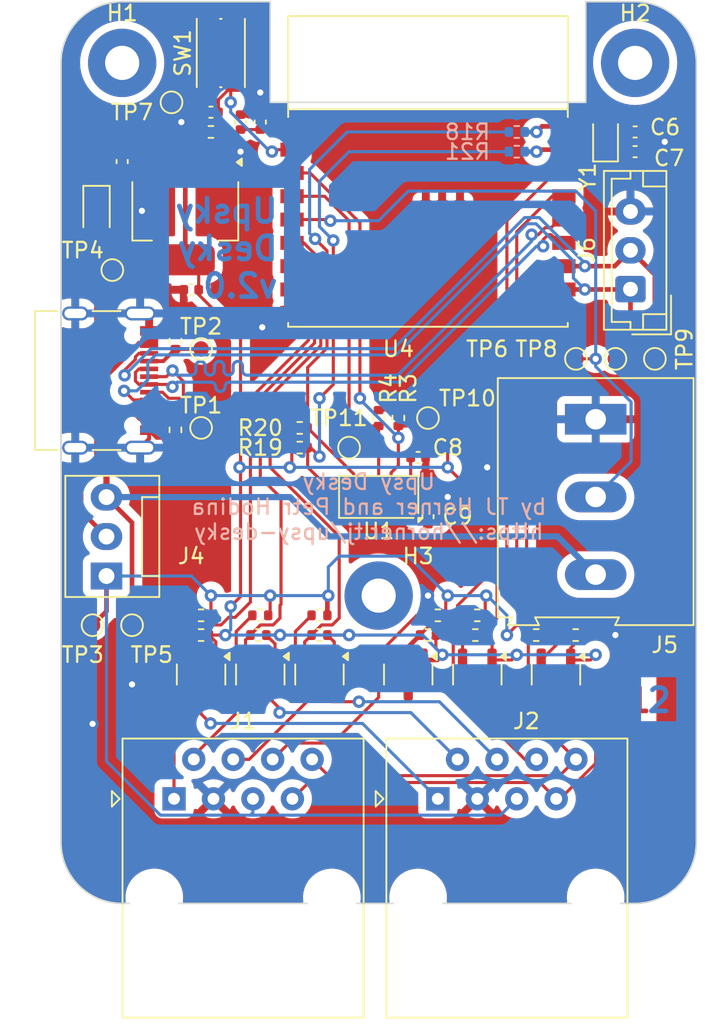
<source format=kicad_pcb>
(kicad_pcb (version 20240108) (generator "pcbnew") (generator_version "8.0")
  (layers (0 "F.Cu" signal) (31 "B.Cu" signal) (34 "B.Paste" user) (35 "F.Paste" user) (36 "B.SilkS" user "B.Silkscreen") (37 "F.SilkS" user "F.Silkscreen") (38 "B.Mask" user) (39 "F.Mask" user) (44 "Edge.Cuts" user))
  (net 0 "")
  (net 1 "GND")
  (net 2 "VBUS")
  (net 3 "/DESK_2")
  (net 4 "/DESK_7")
  (net 5 "/DESK_8")
  (net 6 "+3V3")
  (net 7 "/GPIO1")
  (net 8 "VDD")
  (net 9 "/DESK_6")
  (net 10 "/DESK_4")
  (net 11 "/DESK_1")
  (net 12 "/EN")
  (net 13 "/USB_CC1")
  (net 14 "/USB_DP")
  (net 15 "/USB_DN")
  (net 16 "/USB_CC2")
  (net 17 "/LED_RGB")
  (net 18 "/DBG_RX")
  (net 19 "/GPIO0")
  (net 20 "/DBG_TX")
  (net 21 "/GPIO7")
  (net 22 "/GPIO2")
  (net 23 "/GPIO3")
  (net 24 "/GPIO8")
  (net 25 "/GPIO9")
  (net 26 "/GPIO10")
  (net 27 "/SCL")
  (net 28 "/SDA")
  (net 29 "/INT")
  (net 30 "Net-(U1-XSHUT)")
  (net 32 "Net-(D1-K)")
  (net 33 "Net-(D1-A)")
  (footprint "Resistor_SMD:R_0402_1005Metric" (layer "F.Cu") (at 149.86 111.76)
    (property "Reference" "R11" (hide yes))
    (property "Value" "10k")
  )
  (footprint "Resistor_SMD:R_0402_1005Metric" (layer "F.Cu") (at 139.065 110.49)
    (property "Reference" "R12" (hide yes))
    (property "Value" "10k")
  )
  (footprint "Resistor_SMD:R_0402_1005Metric" (layer "F.Cu") (at 142.875 110.49)
    (property "Reference" "R9" (hide yes))
    (property "Value" "10k")
  )
  (footprint "Connector_RJ:RJ45_Amphenol_54602-x08_Horizontal" (layer "F.Cu") (at 133.5125 122.301)
    (property "Reference" "J1")
    (property "Value" "RJ45")
  )
  (footprint "Connector_JST:JST_EH_B3B-EH-A_1x03_P2.50mm_Vertical" (layer "F.Cu") (at 162.895 89.495 90)
    (property "Reference" "J6")
    (property "Value" "Conn_01x03_Pin")
  )
  (footprint "Package_TO_SOT_SMD:SOT-23" (layer "F.Cu") (at 135.255 114.3 -90)
    (property "Reference" "Q3" (hide yes))
    (property "Value" "2N7002")
  )
  (footprint "Connector:FanPinHeader_1x03_P2.54mm_Vertical" (layer "F.Cu") (at 129.165 107.96 90)
    (property "Reference" "J4")
    (property "Value" "Conn_01x03_Socket")
  )
  (footprint "Capacitor_SMD:C_0402_1005Metric" (layer "F.Cu") (at 134.62 89.535 180)
    (property "Reference" "C2" (hide yes))
    (property "Value" "10u")
  )
  (footprint "TerminalBlock:TerminalBlock_Altech_AK300-3_P5.00mm" (layer "F.Cu") (at 160.655 97.87 -90)
    (property "Reference" "J5")
    (property "Value" "Screw_Terminal_01x03")
  )
  (footprint "TestPoint:TestPoint_Pad_D1.0mm" (layer "F.Cu") (at 135.255 93.345)
    (property "Reference" "TP2")
    (property "Value" "TestPoint")
  )
  (footprint "Connector_USB:USB_C_Receptacle_Palconn_UTC16-G" (layer "F.Cu") (at 129.399 95.377 -90)
    (property "Reference" "J3" (hide yes))
    (property "Value" "USB_C_ReceptacleUSB2.0")
  )
  (footprint "Package_TO_SOT_SMD:SOT-23" (layer "F.Cu") (at 153.035 114.3 -90)
    (property "Reference" "Q8" (hide yes))
    (property "Value" "2N7002")
  )
  (footprint "Package_TO_SOT_SMD:SOT-23" (layer "F.Cu") (at 158.0975 114.3 -90)
    (property "Reference" "Q7" (hide yes))
    (property "Value" "2N7002")
  )
  (footprint "TestPoint:TestPoint_Pad_D1.0mm" (layer "F.Cu") (at 135.255 98.425)
    (property "Reference" "TP1")
    (property "Value" "TestPoint")
  )
  (footprint "Resistor_SMD:R_0402_1005Metric" (layer "F.Cu") (at 153.035 110.49)
    (property "Reference" "R17" (hide yes))
    (property "Value" "10k")
  )
  (footprint "Sensor_Distance:ST_VL53L1x" (layer "F.Cu") (at 146.685 102.87 180)
    (property "Reference" "U1")
    (property "Value" "VL53L0CXV0DH1")
  )
  (footprint "Capacitor_SMD:C_0402_1005Metric" (layer "F.Cu") (at 135.89 78.105 180)
    (property "Reference" "C3" (hide yes))
    (property "Value" "1u")
  )
  (footprint "Resistor_SMD:R_0402_1005Metric" (layer "F.Cu") (at 152.91 111.76)
    (property "Reference" "R16" (hide yes))
    (property "Value" "10k")
  )
  (footprint "Resistor_SMD:R_0402_1005Metric" (layer "F.Cu") (at 138.94 111.76)
    (property "Reference" "R10" (hide yes))
    (property "Value" "10k")
  )
  (footprint "TestPoint:TestPoint_Pad_D1.0mm" (layer "F.Cu") (at 129.54 88.265)
    (property "Reference" "TP4")
    (property "Value" "TestPoint")
  )
  (footprint "Diode_SMD:D_SOD-323" (layer "F.Cu") (at 128.524 84.455 -90)
    (property "Reference" "D1" (hide yes))
    (property "Value" "1N5817")
  )
  (footprint "Capacitor_SMD:C_0402_1005Metric" (layer "F.Cu") (at 149.225 100.33)
    (property "Reference" "C8")
    (property "Value" "4.7u")
  )
  (footprint "TestPoint:TestPoint_Pad_D1.0mm" (layer "F.Cu") (at 130.81 111.125)
    (property "Reference" "TP5")
    (property "Value" "TestPoint")
  )
  (footprint "Package_TO_SOT_SMD:SOT-23" (layer "F.Cu") (at 148.59 114.3 -90)
    (property "Reference" "Q6" (hide yes))
    (property "Value" "2N7002")
  )
  (footprint "Resistor_SMD:R_0402_1005Metric" (layer "F.Cu") (at 133.604 98.552 90)
    (property "Reference" "R1" (hide yes))
    (property "Value" "5.1k" (hide yes))
  )
  (footprint "Resistor_SMD:R_0402_1005Metric" (layer "F.Cu") (at 147.955 97.79 -90)
    (property "Reference" "R3")
    (property "Value" "2k2")
  )
  (footprint "Resistor_SMD:R_0402_1005Metric" (layer "F.Cu") (at 150.495 110.49)
    (property "Reference" "R13" (hide yes))
    (property "Value" "10k")
  )
  (footprint "Connector_RJ:RJ45_Amphenol_54602-x08_Horizontal" (layer "F.Cu") (at 150.495 122.301)
    (property "Reference" "J2")
    (property "Value" "RJ45")
  )
  (footprint "Capacitor_SMD:C_0402_1005Metric" (layer "F.Cu") (at 163.195 79.375)
    (property "Reference" "C6")
    (property "Value" "15p")
  )
  (footprint "MountingHole:MountingHole_2.2mm_M2_Pad" (layer "F.Cu") (at 163.195 74.93)
    (property "Reference" "H2")
    (property "Value" "MountingHole")
  )
  (footprint "Resistor_SMD:R_0402_1005Metric" (layer "F.Cu") (at 146.685 97.79 -90)
    (property "Reference" "R4")
    (property "Value" "2k2")
  )
  (footprint "Capacitor_SMD:C_0402_1005Metric" (layer "F.Cu") (at 139.065 78.74 90)
    (property "Reference" "C4" (hide yes))
    (property "Value" "0.1u")
  )
  (footprint "MountingHole:MountingHole_2.2mm_M2_Pad" (layer "F.Cu") (at 146.685 109.22)
    (property "Reference" "H3")
    (property "Value" "MountingHole")
  )
  (footprint "Capacitor_SMD:C_0402_1005Metric" (layer "F.Cu") (at 149.86 104.14 90)
    (property "Reference" "C9")
    (property "Value" "100n")
  )
  (footprint "TestPoint:TestPoint_Pad_D1.0mm" (layer "F.Cu") (at 144.78 99.695 180)
    (property "Reference" "TP11")
    (property "Value" "TestPoint")
  )
  (footprint "Resistor_SMD:R_0402_1005Metric" (layer "F.Cu") (at 159.3675 111.76)
    (property "Reference" "R14" (hide yes))
    (property "Value" "10k")
  )
  (footprint "TestPoint:TestPoint_Pad_D1.0mm" (layer "F.Cu") (at 128.27 111.125)
    (property "Reference" "TP3")
    (property "Value" "TestPoint")
  )
  (footprint "TestPoint:TestPoint_Pad_D1.0mm" (layer "F.Cu") (at 161.925 93.98)
    (property "Reference" "TP8")
    (property "Value" "TestPoint")
  )
  (footprint "Resistor_SMD:R_0402_1005Metric" (layer "F.Cu") (at 135.255 110.49)
    (property "Reference" "R8" (hide yes))
    (property "Value" "10k")
  )
  (footprint "Resistor_SMD:R_0402_1005Metric" (layer "F.Cu") (at 141.605 99.695)
    (property "Reference" "R19")
    (property "Value" "10k")
  )
  (footprint "Capacitor_SMD:C_0402_1005Metric" (layer "F.Cu") (at 163.195 80.645)
    (property "Reference" "C7")
    (property "Value" "15p")
  )
  (footprint "MountingHole:MountingHole_2.2mm_M2_Pad" (layer "F.Cu") (at 130.175 74.93)
    (property "Reference" "H1")
    (property "Value" "MountingHole")
  )
  (footprint "Resistor_SMD:R_0402_1005Metric" (layer "F.Cu") (at 135.255 111.76)
    (property "Reference" "R6" (hide yes))
    (property "Value" "10k")
  )
  (footprint "TestPoint:TestPoint_Pad_D1.0mm" (layer "F.Cu") (at 159.385 93.98)
    (property "Reference" "TP6")
    (property "Value" "TestPoint")
  )
  (footprint "Capacitor_SMD:C_0402_1005Metric" (layer "F.Cu") (at 137.795 78.74 90)
    (property "Reference" "C5" (hide yes))
    (property "Value" "10u")
  )
  (footprint "Package_TO_SOT_SMD:SOT-23" (layer "F.Cu") (at 139.065 114.3 -90)
    (property "Reference" "Q5" (hide yes))
    (property "Value" "2N7002")
  )
  (footprint "Resistor_SMD:R_0402_1005Metric" (layer "F.Cu") (at 133.604 92.837 -90)
    (property "Reference" "R2" (hide yes))
    (property "Value" "5.1k")
  )
  (footprint "Resistor_SMD:R_0402_1005Metric" (layer "F.Cu") (at 135.89 79.375 180)
    (property "Reference" "R5" (hide yes))
    (property "Value" "10k")
  )
  (footprint "Capacitor_SMD:C_0402_1005Metric" (layer "F.Cu") (at 130.175 81.28 90)
    (property "Reference" "C1" (hide yes))
    (property "Value" "10u")
  )
  (footprint "PCM_Espressif:ESP32-C3-WROOM-02" (layer "F.Cu") (at 149.86 84.915)
    (property "Reference" "U4")
    (property "Value" "ESP32-C3-WROOM-02")
  )
  (footprint "Package_TO_SOT_SMD:SOT-223-3_TabPin2" (layer "F.Cu") (at 134.239 84.455 -90)
    (property "Reference" "U2" (hide yes))
    (property "Value" "AMS1117-3.3")
  )
  (footprint "Button_Switch_SMD:SW_Push_1P1T_NO_CK_KMR2" (layer "F.Cu") (at 136.525 74.295 90)
    (property "Reference" "SW1")
    (property "Value" "SW_Push")
  )
  (footprint "Resistor_SMD:R_0402_1005Metric" (layer "F.Cu") (at 142.875 111.76)
    (property "Reference" "R7" (hide yes))
    (property "Value" "10k")
  )
  (footprint "Crystal:Crystal_SMD_2012-2Pin_2.0x1.2mm" (layer "F.Cu") (at 161.29 80.075 90)
    (property "Reference" "Y1")
    (property "Value" "32K")
  )
  (footprint "Resistor_SMD:R_0402_1005Metric" (layer "F.Cu") (at 156.8275 111.76)
    (property "Reference" "R15" (hide yes))
    (property "Value" "10k")
  )
  (footprint "TestPoint:TestPoint_Pad_D1.0mm" (layer "F.Cu") (at 149.86 97.79 180)
    (property "Reference" "TP10")
    (property "Value" "TestPoint")
  )
  (footprint "TestPoint:TestPoint_Pad_D1.0mm" (layer "F.Cu") (at 133.35 77.47)
    (property "Reference" "TP7")
    (property "Value" "TestPoint")
  )
  (footprint "Resistor_SMD:R_0402_1005Metric" (layer "F.Cu") (at 141.605 98.425)
    (property "Reference" "R20")
    (property "Value" "10k")
  )
  (footprint "Package_TO_SOT_SMD:SOT-23" (layer "F.Cu") (at 142.875 114.3 -90)
    (property "Reference" "Q4" (hide yes))
    (property "Value" "2N7002")
  )
  (footprint "TestPoint:TestPoint_Pad_D1.0mm" (layer "F.Cu") (at 164.465 93.98)
    (property "Reference" "TP9")
    (property "Value" "TestPoint")
  )
  (footprint "Resistor_SMD:R_0402_1005Metric" (layer "B.Cu") (at 155.575 79.375)
    (property "Reference" "R18")
    (property "Value" "0")
  )
  (footprint "Resistor_SMD:R_0402_1005Metric" (layer "B.Cu") (at 155.575 80.645)
    (property "Reference" "R21")
    (property "Value" "0")
  )
  (gr_line (start 167.132 74.93) (end 167.132 125.095) (stroke (width 0.1)) (layer "Edge.Cuts"))
  (gr_line (start 160.02 77.47) (end 160.02 70.993) (stroke (width 0.1)) (layer "Edge.Cuts"))
  (gr_line (start 126.238 125.095) (end 126.238 74.93) (stroke (width 0.1)) (layer "Edge.Cuts"))
  (gr_line (start 160.02 70.993) (end 163.195 70.993) (stroke (width 0.1)) (layer "Edge.Cuts"))
  (gr_line (start 139.7 77.47) (end 160.02 77.47) (stroke (width 0.1)) (layer "Edge.Cuts"))
  (gr_arc (start 163.195 70.993) (mid 165.97888 72.14612) (end 167.132 74.93) (stroke (width 0.1)) (layer "Edge.Cuts"))
  (gr_line (start 139.7 70.993) (end 139.7 77.47) (stroke (width 0.1)) (layer "Edge.Cuts"))
  (gr_arc (start 126.238 74.93) (mid 127.39112 72.14612) (end 130.175 70.993) (stroke (width 0.1)) (layer "Edge.Cuts"))
  (gr_line (start 130.175 129.032) (end 163.195 129.032) (stroke (width 0.1)) (layer "Edge.Cuts"))
  (gr_line (start 130.175 70.993) (end 139.7 70.993) (stroke (width 0.1)) (layer "Edge.Cuts"))
  (gr_arc (start 130.175 129.032) (mid 127.39112 127.87888) (end 126.238 125.095) (stroke (width 0.1)) (layer "Edge.Cuts"))
  (gr_arc (start 167.132 125.095) (mid 165.97888 127.87888) (end 163.195 129.032) (stroke (width 0.1)) (layer "Edge.Cuts"))
  (gr_text "1" (at 162.56 116.84 0) (layer "F.Cu") (effects (font (size 1.5 1.5) (thickness 0.3) (bold yes)) (justify left bottom)))
  (gr_text "Upsky\nDesky\nv2.0" (at 140.335 90.17 0) (layer "B.Cu") (effects (font (size 1.5 1.5) (thickness 0.3) (bold yes)) (justify left bottom mirror)))
  (gr_text "2" (at 163.83 116.84 0) (layer "B.Cu") (effects (font (size 1.5 1.5) (thickness 0.3) (bold yes)) (justify left bottom)))
  (gr_text "Upsy Desky\nby TJ Horner and Petr Hodina\nhttps://horner.tj/upsy-desky" (at 146.05 103.505 0) (layer "B.SilkS") (effects (font (size 1 1)) (justify mirror)))
  (segment (start 146.685 103.67) (end 147.485 103.67) (width 0.2) (layer "F.Cu") (net 1))
  (segment (start 145.335 102.87) (end 145.085 102.87) (width 0.2) (layer "F.Cu") (net 1))
  (segment (start 133.604 92.327) (end 132.059 92.327) (width 0.25) (layer "F.Cu") (net 1))
  (segment (start 148.285 102.87) (end 148.035 102.87) (width 0.2) (layer "F.Cu") (net 1))
  (segment (start 132.394 99.062) (end 131.909 98.577) (width 0.25) (layer "F.Cu") (net 1))
  (segment (start 151.13 102.87) (end 148.285 102.87) (width 0.2) (layer "F.Cu") (net 1))
  (segment (start 147.485 103.42) (end 147.485 103.67) (width 0.2) (layer "F.Cu") (net 1))
  (segment (start 132.059 92.327) (end 131.909 92.177) (width 0.25) (layer "F.Cu") (net 1))
  (segment (start 145.885 103.67) (end 146.685 103.67) (width 0.2) (layer "F.Cu") (net 1))
  (segment (start 145.885 103.42) (end 145.335 102.87) (width 0.2) (layer "F.Cu") (net 1))
  (segment (start 148.035 102.87) (end 147.485 103.42) (width 0.2) (layer "F.Cu") (net 1))
  (segment (start 133.604 99.062) (end 132.394 99.062) (width 0.25) (layer "F.Cu") (net 1))
  (segment (start 145.885 103.67) (end 145.885 103.42) (width 0.2) (layer "F.Cu") (net 1))
  (segment (start 133.985 78.74) (end 134.775 78.74) (width 0.2) (layer "F.Cu") (net 1))
  (segment (start 131.909 99.117) (end 131.329 99.697) (width 0.25) (layer "F.Cu") (net 1))
  (segment (start 131.909 98.577) (end 131.909 99.117) (width 0.25) (layer "F.Cu") (net 1))
  (segment (start 134.775 78.74) (end 135.41 78.105) (width 0.2) (layer "F.Cu") (net 1))
  (via (at 153.67 100.965) (size 0.8) (drill 0.4) (layers "F.Cu" "B.Cu") (net 1))
  (via (at 139.065 76.835) (size 0.8) (drill 0.4) (layers "F.Cu" "B.Cu") (net 1))
  (via (at 151.13 102.87) (size 0.8) (drill 0.4) (layers "F.Cu" "B.Cu") (net 1))
  (via (at 137.795 80.645) (size 0.8) (drill 0.4) (layers "F.Cu" "B.Cu") (net 1))
  (via (at 139.192 91.948) (size 0.8) (drill 0.4) (layers "F.Cu" "B.Cu") (net 1))
  (via (at 165.1 80.01) (size 0.8) (drill 0.4) (layers "F.Cu" "B.Cu") (net 1))
  (via (at 133.985 78.74) (size 0.8) (drill 0.4) (layers "F.Cu" "B.Cu") (net 1))
  (via (at 128.27 117.475) (size 0.8) (drill 0.4) (layers "F.Cu" "B.Cu") (net 1))
  (via (at 149.86 109.22) (size 0.8) (drill 0.4) (layers "F.Cu" "B.Cu") (net 1))
  (via (at 131.445 84.455) (size 0.8) (drill 0.4) (layers "F.Cu" "B.Cu") (net 1))
  (via (at 161.925 111.76) (size 0.8) (drill 0.4) (layers "F.Cu" "B.Cu") (net 1))
  (via (at 130.81 114.935) (size 0.8) (drill 0.4) (layers "F.Cu" "B.Cu") (net 1))
  (segment (start 130.81 104.525) (end 130.81 111.125) (width 0.3) (layer "F.Cu") (net 2))
  (segment (start 131.057024 97.51) (end 131.334024 97.787) (width 0.4) (layer "F.Cu") (net 2))
  (segment (start 131.263 92.977) (end 129.165 95.075) (width 0.3) (layer "F.Cu") (net 2))
  (segment (start 129.165 98.961051) (end 129.165 98.805) (width 0.4) (layer "F.Cu") (net 2))
  (segment (start 131.334024 97.777) (end 131.909 97.777) (width 0.4) (layer "F.Cu") (net 2))
  (segment (start 129.165 98.961051) (end 129.165 95.146024) (width 0.4) (layer "F.Cu") (net 2))
  (segment (start 129.165 102.88) (end 130.81 104.525) (width 0.3) (layer "F.Cu") (net 2))
  (segment (start 129.165 98.805) (end 130.46 97.51) (width 0.4) (layer "F.Cu") (net 2))
  (segment (start 129.165 102.88) (end 129.165 98.961051) (width 0.4) (layer "F.Cu") (net 2))
  (segment (start 129.165 95.141) (end 129.165 95.146024) (width 0.2) (layer "F.Cu") (net 2))
  (segment (start 129.165 95.075) (end 129.165 95.141) (width 0.3) (layer "F.Cu") (net 2))
  (segment (start 129.165 95.146024) (end 129.165 95.08034) (width 0.3) (layer "F.Cu") (net 2))
  (segment (start 131.329 92.977) (end 131.263 92.977) (width 0.3) (layer "F.Cu") (net 2))
  (segment (start 131.909 92.977) (end 131.329 92.977) (width 0.2) (layer "F.Cu") (net 2))
  (segment (start 130.46 97.51) (end 131.057024 97.51) (width 0.4) (layer "F.Cu") (net 2))
  (segment (start 158.195 105.41) (end 160.655 107.87) (width 0.4) (layer "B.Cu") (net 2))
  (segment (start 140.98 102.88) (end 143.51 105.41) (width 0.4) (layer "B.Cu") (net 2))
  (segment (start 129.165 102.88) (end 140.98 102.88) (width 0.4) (layer "B.Cu") (net 2))
  (segment (start 143.51 105.41) (end 158.195 105.41) (width 0.4) (layer "B.Cu") (net 2))
  (segment (start 137.515 111.53) (end 138.555 110.49) (width 0.2) (layer "F.Cu") (net 3))
  (segment (start 139.065 115.2375) (end 140.309128 116.481628) (width 0.2) (layer "F.Cu") (net 3))
  (segment (start 140.309128 116.481628) (end 140.309128 116.749628) (width 0.2) (layer "F.Cu") (net 3))
  (segment (start 139.065 115.2375) (end 138.616104 115.2375) (width 0.2) (layer "F.Cu") (net 3))
  (segment (start 134.7825 119.52) (end 134.7825 119.761) (width 0.2) (layer "F.Cu") (net 3))
  (segment (start 139.065 115.2375) (end 134.7825 119.52) (width 0.2) (layer "F.Cu") (net 3))
  (segment (start 137.515 114.136396) (end 137.515 111.53) (width 0.2) (layer "F.Cu") (net 3))
  (segment (start 138.616104 115.2375) (end 137.515 114.136396) (width 0.2) (layer "F.Cu") (net 3))
  (via (at 140.309128 116.749628) (size 0.8) (drill 0.4) (layers "F.Cu" "B.Cu") (net 3))
  (segment (start 148.753628 116.749628) (end 151.765 119.761) (width 0.2) (layer "B.Cu") (net 3))
  (segment (start 140.309128 116.749628) (end 148.753628 116.749628) (width 0.2) (layer "B.Cu") (net 3))
  (segment (start 157.648604 115.2375) (end 156.3175 113.906396) (width 0.2) (layer "F.Cu") (net 4))
  (segment (start 160.655 120.015) (end 160.655 117.475) (width 0.2) (layer "F.Cu") (net 4))
  (segment (start 160.655 117.475) (end 158.75 115.57) (width 0.2) (layer "F.Cu") (net 4))
  (segment (start 158.43 115.57) (end 158.0975 115.2375) (width 0.2) (layer "F.Cu") (net 4))
  (segment (start 156.3175 113.906396) (end 156.3175 111.76) (width 0.2) (layer "F.Cu") (net 4))
  (segment (start 158.0975 115.2375) (end 157.648604 115.2375) (width 0.2) (layer "F.Cu") (net 4))
  (segment (start 158.369 122.301) (end 160.655 120.015) (width 0.2) (layer "F.Cu") (net 4))
  (segment (start 157.065 121.251) (end 158.115 122.301) (width 0.2) (layer "F.Cu") (net 4))
  (segment (start 141.1325 122.301) (end 142.1825 121.251) (width 0.2) (layer "F.Cu") (net 4))
  (segment (start 158.115 122.301) (end 158.369 122.301) (width 0.2) (layer "F.Cu") (net 4))
  (segment (start 158.75 115.57) (end 158.43 115.57) (width 0.2) (layer "F.Cu") (net 4))
  (segment (start 142.1825 121.251) (end 157.065 121.251) (width 0.2) (layer "F.Cu") (net 4))
  (segment (start 152.586104 115.2375) (end 151.485 114.136396) (width 0.2) (layer "F.Cu") (net 5))
  (segment (start 151.485 114.136396) (end 151.485 111.53) (width 0.2) (layer "F.Cu") (net 5))
  (segment (start 143.4525 120.811) (end 142.4025 119.761) (width 0.2) (layer "F.Cu") (net 5))
  (segment (start 154.8615 115.2375) (end 153.035 115.2375) (width 0.2) (layer "F.Cu") (net 5))
  (segment (start 153.035 115.2375) (end 152.586104 115.2375) (width 0.2) (layer "F.Cu") (net 5))
  (segment (start 151.485 111.53) (end 152.525 110.49) (width 0.2) (layer "F.Cu") (net 5))
  (segment (start 159.385 119.761) (end 158.335 120.811) (width 0.2) (layer "F.Cu") (net 5))
  (segment (start 158.335 120.811) (end 143.4525 120.811) (width 0.2) (layer "F.Cu") (net 5))
  (segment (start 154.8615 115.2375) (end 159.385 119.761) (width 0.2) (layer "F.Cu") (net 5))
  (segment (start 136.205 112.2) (end 135.765 111.76) (width 0.2) (layer "F.Cu") (net 6))
  (segment (start 134.239 81.305) (end 134.239 87.605) (width 0.3) (layer "F.Cu") (net 6))
  (segment (start 137.795 107.315) (end 137.795 109.2845) (width 0.2) (layer "F.Cu") (net 6))
  (segment (start 143.825 112.2) (end 143.385 111.76) (width 0.2) (layer "F.Cu") (net 6))
  (segment (start 151.83 101.665) (end 151.83 103.44) (width 0.2) (layer "F.Cu") (net 6))
  (segment (start 135.1 89.535) (end 135.1 88.466) (width 0.2) (layer "F.Cu") (net 6))
  (segment (start 160.3225 113.3625) (end 160.655 113.03) (width 0.2) (layer "F.Cu") (net 6))
  (segment (start 137.795 92.54) (end 137.795 100.965) (width 0.2) (layer "F.Cu") (net 6))
  (segment (start 137.01 80.005) (end 137.795 79.22) (width 0.2) (layer "F.Cu") (net 6))
  (segment (start 147.955 97.28) (end 148.461 96.774) (width 0.2) (layer "F.Cu") (net 6))
  (segment (start 151.13 97.79) (end 151.13 99.06) (width 0.2) (layer "F.Cu") (net 6))
  (segment (start 135.1 89.845) (end 137.795 92.54) (width 0.2) (layer "F.Cu") (net 6))
  (segment (start 137.795 100.965) (end 137.7305 100.965) (width 0.2) (layer "F.Cu") (net 6))
  (segment (start 137.795 79.22) (end 139.065 79.22) (width 0.2) (layer "F.Cu") (net 6))
  (segment (start 143.825 113.3625) (end 143.825 112.2) (width 0.2) (layer "F.Cu") (net 6))
  (segment (start 151.13 99.06) (end 151.13 100.965) (width 0.2) (layer "F.Cu") (net 6))
  (segment (start 150.37 111.76) (end 150.37 112.6145) (width 0.2) (layer "F.Cu") (net 6))
  (segment (start 150.175 111.955) (end 150.37 111.76) (width 0.2) (layer "F.Cu") (net 6))
  (segment (start 140.015 112.325) (end 139.45 111.76) (width 0.2) (layer "F.Cu") (net 6))
  (segment (start 149.235 104.62) (end 148.285 103.67) (width 0.2) (layer "F.Cu") (net 6))
  (segment (start 159.0475 113.3625) (end 159.0475 112.59) (width 0.2) (layer "F.Cu") (net 6))
  (segment (start 159.0475 112.59) (end 159.8775 111.76) (width 0.2) (layer "F.Cu") (net 6))
  (segment (start 135.539 80.005) (end 137.01 80.005) (width 0.2) (layer "F.Cu") (net 6))
  (segment (start 148.745 100.33) (end 148.745 101.61) (width 0.2) (layer "F.Cu") (net 6))
  (segment (start 140.335 111.76) (end 139.45 111.76) (width 0.2) (layer "F.Cu") (net 6))
  (segment (start 153.985 113.3625) (end 155.2425 113.3625) (width 0.2) (layer "F.Cu") (net 6))
  (segment (start 149.86 104.62) (end 149.235 104.62) (width 0.2) (layer "F.Cu") (net 6))
  (segment (start 150.114 96.774) (end 151.13 97.79) (width 0.2) (layer "F.Cu") (net 6))
  (segment (start 151.13 100.965) (end 151.83 101.665) (width 0.2) (layer "F.Cu") (net 6))
  (segment (start 151.13 99.06) (end 150.015 99.06) (width 0.2) (layer "F.Cu") (net 6))
  (segment (start 135.1 88.466) (end 134.239 87.605) (width 0.2) (layer "F.Cu") (net 6))
  (segment (start 135.1 89.535) (end 135.1 89.845) (width 0.2) (layer "F.Cu") (net 6))
  (segment (start 139.27 79.015) (end 139.065 79.22) (width 0.2) (layer "F.Cu") (net 6))
  (segment (start 144.78 111.76) (end 143.385 111.76) (width 0.2) (layer "F.Cu") (net 6))
  (segment (start 146.685 97.28) (end 147.955 97.28) (width 0.2) (layer "F.Cu") (net 6))
  (segment (start 135.38 80.164) (end 135.539 80.005) (width 0.2) (layer "F.Cu") (net 6))
  (segment (start 148.461 96.774) (end 150.114 96.774) (width 0.2) (layer "F.Cu") (net 6))
  (segment (start 135.38 79.375) (end 135.38 80.164) (width 0.2) (layer "F.Cu") (net 6))
  (segment (start 141.095 99.695) (end 141.095 100.84) (width 0.2) (layer "F.Cu") (net 6))
  (segment (start 150.65 104.62) (end 149.86 104.62) (width 0.2) (layer "F.Cu") (net 6))
  (segment (start 135.38 80.164) (end 134.239 81.305) (width 0.2) (layer "F.Cu") (net 6))
  (segment (start 151.83 103.44) (end 150.65 104.62) (width 0.2) (layer "F.Cu") (net 6))
  (segment (start 150.37 112.6145) (end 150.7855 113.03) (width 0.2) (layer "F.Cu") (net 6))
  (segment (start 141.11 79.015) (end 139.27 79.015) (width 0.2) (layer "F.Cu") (net 6))
  (segment (start 153.985 112.325) (end 153.42 111.76) (width 0.2) (layer "F.Cu") (net 6))
  (segment (start 149.54 113.3625) (end 150.453 113.3625) (width 0.3) (layer "F.Cu") (net 6))
  (segment (start 136.205 113.3625) (end 136.205 112.2) (width 0.2) (layer "F.Cu") (net 6))
  (segment (start 141.095 98.425) (end 141.095 99.695) (width 0.2) (layer "F.Cu") (net 6))
  (segment (start 153.985 113.3625) (end 153.985 112.325) (width 0.2) (layer "F.Cu") (net 6))
  (segment (start 141.095 100.84) (end 140.97 100.965) (width 0.2) (layer "F.Cu") (net 6))
  (segment (start 155.2425 113.3625) (end 155.575 113.03) (width 0.2) (layer "F.Cu") (net 6))
  (segment (start 150.453 113.3625) (end 150.7855 113.03) (width 0.3) (layer "F.Cu") (net 6))
  (segment (start 137.795 100.965) (end 137.795 107.315) (width 0.2) (layer "F.Cu") (net 6))
  (segment (start 150.015 99.06) (end 148.745 100.33) (width 0.2) (layer "F.Cu") (net 6))
  (segment (start 135.765 111.76) (end 136.8155 111.76) (width 0.2) (layer "F.Cu") (net 6))
  (segment (start 137.795 109.2845) (end 137.16 109.9195) (width 0.2) (layer "F.Cu") (net 6))
  (segment (start 148.745 101.61) (end 148.285 102.07) (width 0.2) (layer "F.Cu") (net 6))
  (segment (start 140.015 113.3625) (end 140.015 112.325) (width 0.2) (layer "F.Cu") (net 6))
  (segment (start 159.0475 113.3625) (end 160.3225 113.3625) (width 0.2) (layer "F.Cu") (net 6))
  (via (at 150.7855 113.03) (size 0.8) (drill 0.4) (layers "F.Cu" "B.Cu") (net 6))
  (via (at 136.8155 111.76) (size 0.8) (drill 0.4) (layers "F.Cu" "B.Cu") (net 6))
  (via (at 137.7305 100.965) (size 0.8) (drill 0.4) (layers "F.Cu" "B.Cu") (net 6))
  (via (at 140.97 100.965) (size 0.8) (drill 0.4) (layers "F.Cu" "B.Cu") (net 6))
  (via (at 144.78 111.76) (size 0.8) (drill 0.4) (layers "F.Cu" "B.Cu") (net 6))
  (via (at 140.335 111.76) (size 0.8) (drill 0.4) (layers "F.Cu" "B.Cu") (net 6))
  (via (at 155.575 113.03) (size 0.8) (drill 0.4) (layers "F.Cu" "B.Cu") (net 6))
  (via (at 151.13 100.965) (size 0.8) (drill 0.4) (layers "F.Cu" "B.Cu") (net 6))
  (via (at 137.16 109.9195) (size 0.8) (drill 0.4) (layers "F.Cu" "B.Cu") (net 6))
  (via (at 160.655 113.03) (size 0.8) (drill 0.4) (layers "F.Cu" "B.Cu") (net 6))
  (segment (start 155.575 113.03) (end 160.655 113.03) (width 0.2) (layer "B.Cu") (net 6))
  (segment (start 144.78 111.76) (end 149.5155 111.76) (width 0.2) (layer "B.Cu") (net 6))
  (segment (start 140.335 111.76) (end 144.78 111.76) (width 0.2) (layer "B.Cu") (net 6))
  (segment (start 140.97 100.965) (end 151.13 100.965) (width 0.2) (layer "B.Cu") (net 6))
  (segment (start 137.16 109.9195) (end 137.16 111.4155) (width 0.2) (layer "B.Cu") (net 6))
  (segment (start 136.8155 111.76) (end 140.335 111.76) (width 0.2) (layer "B.Cu") (net 6))
  (segment (start 137.7305 100.965) (end 140.97 100.965) (width 0.2) (layer "B.Cu") (net 6))
  (segment (start 137.16 111.4155) (end 136.8155 111.76) (width 0.2) (layer "B.Cu") (net 6))
  (segment (start 150.7855 113.03) (end 155.575 113.03) (width 0.2) (layer "B.Cu") (net 6))
  (segment (start 149.5155 111.76) (end 150.7855 113.03) (width 0.2) (layer "B.Cu") (net 6))
  (segment (start 162.715 80.645) (end 161.29 80.645) (width 0.3) (layer "F.Cu") (net 7))
  (segment (start 158.61 80.515) (end 156.975 80.515) (width 0.3) (layer "F.Cu") (net 7))
  (segment (start 161.29 80.645) (end 158.74 80.645) (width 0.3) (layer "F.Cu") (net 7))
  (segment (start 158.74 80.645) (end 158.61 80.515) (width 0.3) (layer "F.Cu") (net 7))
  (segment (start 161.29 80.775) (end 161.29 80.645) (width 0.3) (layer "F.Cu") (net 7))
  (segment (start 156.975 80.515) (end 156.845 80.645) (width 0.3) (layer "F.Cu") (net 7))
  (via (at 156.845 80.645) (size 0.8) (drill 0.4) (layers "F.Cu" "B.Cu") (net 7))
  (segment (start 156.845 80.645) (end 156.085 80.645) (width 0.3) (layer "B.Cu") (net 7))
  (segment (start 143.385 109.2805) (end 143.4455 109.22) (width 0.3) (layer "F.Cu") (net 8))
  (segment (start 139.7 110.365) (end 139.575 110.49) (width 0.2) (layer "F.Cu") (net 8))
  (segment (start 151.005 109.345) (end 151.13 109.22) (width 0.2) (layer "F.Cu") (net 8))
  (segment (start 153.545 109.2805) (end 153.6055 109.22) (width 0.2) (layer "F.Cu") (net 8))
  (segment (start 156.7175 111.14) (end 155.56 111.14) (width 0.2) (layer "F.Cu") (net 8))
  (segment (start 135.89 109.22) (end 135.89 110.365) (width 0.2) (layer "F.Cu") (net 8))
  (segment (start 143.385 110.49) (end 143.385 109.2805) (width 0.3) (layer "F.Cu") (net 8))
  (segment (start 139.7 109.22) (end 139.7 110.365) (width 0.2) (layer "F.Cu") (net 8))
  (segment (start 129.165 110.23) (end 128.27 111.125) (width 0.3) (layer "F.Cu") (net 8))
  (segment (start 157.3375 111.76) (end 156.7175 111.14) (width 0.2) (layer "F.Cu") (net 8))
  (segment (start 153.545 110.49) (end 153.545 109.2805) (width 0.2) (layer "F.Cu") (net 8))
  (segment (start 155.56 111.14) (end 154.94 111.76) (width 0.2) (layer "F.Cu") (net 8))
  (segment (start 135.89 110.365) (end 135.765 110.49) (width 0.2) (layer "F.Cu") (net 8))
  (segment (start 151.005 110.49) (end 151.005 109.345) (width 0.2) (layer "F.Cu") (net 8))
  (segment (start 129.165 107.96) (end 129.165 110.23) (width 0.3) (layer "F.Cu") (net 8))
  (via (at 154.94 111.76) (size 0.8) (drill 0.4) (layers "F.Cu" "B.Cu") (net 8))
  (via (at 135.89 109.22) (size 0.8) (drill 0.4) (layers "F.Cu" "B.Cu") (net 8))
  (via (at 153.6055 109.22) (size 0.8) (drill 0.4) (layers "F.Cu" "B.Cu") (net 8))
  (via (at 139.7 109.22) (size 0.8) (drill 0.4) (layers "F.Cu" "B.Cu") (net 8))
  (via (at 143.4455 109.22) (size 0.8) (drill 0.4) (layers "F.Cu" "B.Cu") (net 8))
  (via (at 151.13 109.22) (size 0.8) (drill 0.4) (layers "F.Cu" "B.Cu") (net 8))
  (segment (start 148.59 106.68) (end 151.13 109.22) (width 0.2) (layer "B.Cu") (net 8))
  (segment (start 153.67 109.22) (end 154.94 110.49) (width 0.2) (layer "B.Cu") (net 8))
  (segment (start 129.165 107.96) (end 134.63 107.96) (width 0.2) (layer "B.Cu") (net 8))
  (segment (start 138.5925 123.1885) (end 138.43 123.351) (width 0.2) (layer "B.Cu") (net 8))
  (segment (start 143.4455 109.22) (end 143.4455 107.3795) (width 0.2) (layer "B.Cu") (net 8))
  (segment (start 154.94 110.49) (end 154.94 111.76) (width 0.2) (layer "B.Cu") (net 8))
  (segment (start 135.89 109.22) (end 139.7 109.22) (width 0.2) (layer "B.Cu") (net 8))
  (segment (start 143.4455 107.3795) (end 144.145 106.68) (width 0.2) (layer "B.Cu") (net 8))
  (segment (start 134.63 107.96) (end 135.89 109.22) (width 0.2) (layer "B.Cu") (net 8))
  (segment (start 138.5925 122.301) (end 138.5925 123.1885) (width 0.2) (layer "B.Cu") (net 8))
  (segment (start 151.13 109.22) (end 153.67 109.22) (width 0.2) (layer "B.Cu") (net 8))
  (segment (start 155.575 122.301) (end 154.525 123.351) (width 0.2) (layer "B.Cu") (net 8))
  (segment (start 154.525 123.351) (end 138.43 123.351) (width 0.2) (layer "B.Cu") (net 8))
  (segment (start 129.165 119.877764) (end 129.165 107.96) (width 0.2) (layer "B.Cu") (net 8))
  (segment (start 132.638236 123.351) (end 129.165 119.877764) (width 0.2) (layer "B.Cu") (net 8))
  (segment (start 138.43 123.351) (end 132.638236 123.351) (width 0.2) (layer "B.Cu") (net 8))
  (segment (start 139.7 109.22) (end 143.4455 109.22) (width 0.2) (layer "B.Cu") (net 8))
  (segment (start 144.145 106.68) (end 148.59 106.68) (width 0.2) (layer "B.Cu") (net 8))
  (segment (start 148.59 115.2375) (end 146.685 115.2375) (width 0.2) (layer "F.Cu") (net 9))
  (segment (start 146.685 115.770078) (end 143.744078 118.711) (width 0.2) (layer "F.Cu") (net 9))
  (segment (start 149.985 110.49) (end 149.138604 110.49) (width 0.2) (layer "F.Cu") (net 9))
  (segment (start 149.138604 110.49) (end 146.685 112.943604) (width 0.2) (layer "F.Cu") (net 9))
  (segment (start 143.744078 118.711) (end 140.9125 118.711) (width 0.2) (layer "F.Cu") (net 9))
  (segment (start 140.9125 118.711) (end 139.8625 119.761) (width 0.2) (layer "F.Cu") (net 9))
  (segment (start 151.5715 115.2375) (end 148.59 115.2375) (width 0.2) (layer "F.Cu") (net 9))
  (segment (start 146.685 115.2375) (end 146.685 115.770078) (width 0.2) (layer "F.Cu") (net 9))
  (segment (start 156.845 119.761) (end 156.095 119.761) (width 0.2) (layer "F.Cu") (net 9))
  (segment (start 146.685 112.943604) (end 146.685 115.2375) (width 0.2) (layer "F.Cu") (net 9))
  (segment (start 156.095 119.761) (end 151.5715 115.2375) (width 0.2) (layer "F.Cu") (net 9))
  (segment (start 137.3225 119.761) (end 138.3515 119.761) (width 0.2) (layer "F.Cu") (net 10))
  (segment (start 145.415 116.050128) (end 143.687628 116.050128) (width 0.2) (layer "F.Cu") (net 10))
  (segment (start 142.875 115.2375) (end 142.426104 115.2375) (width 0.2) (layer "F.Cu") (net 10))
  (segment (start 141.325 114.136396) (end 141.325 111.53) (width 0.2) (layer "F.Cu") (net 10))
  (segment (start 141.325 111.53) (end 142.365 110.49) (width 0.2) (layer "F.Cu") (net 10))
  (segment (start 138.3515 119.761) (end 142.875 115.2375) (width 0.2) (layer "F.Cu") (net 10))
  (segment (start 143.687628 116.050128) (end 142.875 115.2375) (width 0.2) (layer "F.Cu") (net 10))
  (segment (start 142.426104 115.2375) (end 141.325 114.136396) (width 0.2) (layer "F.Cu") (net 10))
  (via (at 145.415 116.050128) (size 0.8) (drill 0.4) (layers "F.Cu" "B.Cu") (net 10))
  (segment (start 150.594128 116.050128) (end 145.415 116.050128) (width 0.2) (layer "B.Cu") (net 10))
  (segment (start 154.305 119.761) (end 150.594128 116.050128) (width 0.2) (layer "B.Cu") (net 10))
  (segment (start 133.5125 116.98) (end 133.5125 122.301) (width 0.2) (layer "F.Cu") (net 11))
  (segment (start 135.255 115.2375) (end 135.255 116.84) (width 0.2) (layer "F.Cu") (net 11))
  (segment (start 135.255 116.84) (end 135.864128 117.449128) (width 0.2) (layer "F.Cu") (net 11))
  (segment (start 135.255 115.2375) (end 133.5125 116.98) (width 0.2) (layer "F.Cu") (net 11))
  (segment (start 133.705 111.53) (end 134.745 110.49) (width 0.2) (layer "F.Cu") (net 11))
  (segment (start 133.705 114.136396) (end 133.705 111.53) (width 0.2) (layer "F.Cu") (net 11))
  (segment (start 135.255 115.2375) (end 134.806104 115.2375) (width 0.2) (layer "F.Cu") (net 11))
  (segment (start 134.806104 115.2375) (end 133.705 114.136396) (width 0.2) (layer "F.Cu") (net 11))
  (via (at 135.864128 117.449128) (size 0.8) (drill 0.4) (layers "F.Cu" "B.Cu") (net 11))
  (segment (start 135.864128 117.449128) (end 145.643128 117.449128) (width 0.2) (layer "B.Cu") (net 11))
  (segment (start 145.643128 117.449128) (end 150.495 122.301) (width 0.2) (layer "B.Cu") (net 11))
  (segment (start 136.37 77.3) (end 137.325 76.345) (width 0.2) (layer "F.Cu") (net 12))
  (segment (start 136.4 78.135) (end 136.37 78.105) (width 0.2) (layer "F.Cu") (net 12))
  (segment (start 136.37 78.105) (end 136.37 77.3) (width 0.2) (layer "F.Cu") (net 12))
  (segment (start 133.35 77.47) (end 136.2 77.47) (width 0.2) (layer "F.Cu") (net 12))
  (segment (start 137.16 77.47) (end 137.16 76.51) (width 0.2) (layer "F.Cu") (net 12))
  (segment (start 141.11 80.515) (end 139.939371 80.515) (width 0.2) (layer "F.Cu") (net 12))
  (segment (start 137.325 72.245) (end 137.325 76.345) (width 0.2) (layer "F.Cu") (net 12))
  (segment (start 137.16 76.51) (end 137.325 76.345) (width 0.2) (layer "F.Cu") (net 12))
  (segment (start 136.4 79.375) (end 136.4 78.135) (width 0.2) (layer "F.Cu") (net 12))
  (segment (start 136.2 77.47) (end 136.37 77.3) (width 0.2) (layer "F.Cu") (net 12))
  (segment (start 139.939371 80.515) (end 139.8145 80.639871) (width 0.2) (layer "F.Cu") (net 12))
  (via (at 137.16 77.47) (size 0.8) (drill 0.4) (layers "F.Cu" "B.Cu") (net 12))
  (via (at 139.8145 80.639871) (size 0.8) (drill 0.4) (layers "F.Cu" "B.Cu") (net 12))
  (segment (start 137.16 78.105) (end 137.16 77.47) (width 0.2) (layer "B.Cu") (net 12))
  (segment (start 139.694871 80.639871) (end 137.16 78.105) (width 0.2) (layer "B.Cu") (net 12))
  (segment (start 139.8145 80.639871) (end 139.694871 80.639871) (width 0.2) (layer "B.Cu") (net 12))
  (segment (start 132.824 94.127) (end 131.909 94.127) (width 0.25) (layer "F.Cu") (net 13))
  (segment (start 133.604 93.347) (end 135.253 93.347) (width 0.25) (layer "F.Cu") (net 13))
  (segment (start 133.604 93.347) (end 132.824 94.127) (width 0.25) (layer "F.Cu") (net 13))
  (segment (start 135.253 93.347) (end 135.255 93.345) (width 0.25) (layer "F.Cu") (net 13))
  (segment (start 134.114 96.391) (end 133.985 96.52) (width 0.2) (layer "F.Cu") (net 14))
  (segment (start 132.769474 96.127) (end 131.909 96.127) (width 0.2) (layer "F.Cu") (net 14))
  (segment (start 134.114 95.431576) (end 134.114 96.391) (width 0.2) (layer "F.Cu") (net 14))
  (segment (start 133.985 96.52) (end 133.162474 96.52) (width 0.2) (layer "F.Cu") (net 14))
  (segment (start 133.018576 95.127) (end 133.414 94.731576) (width 0.2) (layer "F.Cu") (net 14))
  (segment (start 131.909 95.127) (end 133.018576 95.127) (width 0.2) (layer "F.Cu") (net 14))
  (segment (start 158.61 85.015) (end 158.31 85.015) (width 0.2) (layer "F.Cu") (net 14))
  (segment (start 157.405198 85.54) (end 156.95643 85.988768) (width 0.2) (layer "F.Cu") (net 14))
  (segment (start 133.162474 96.52) (end 132.769474 96.127) (width 0.2) (layer "F.Cu") (net 14))
  (segment (start 157.785 85.54) (end 157.405198 85.54) (width 0.2) (layer "F.Cu") (net 14))
  (segment (start 156.95643 85.988768) (end 156.532165 85.988768) (width 0.2) (layer "F.Cu") (net 14))
  (segment (start 133.414 94.731576) (end 134.114 95.431576) (width 0.2) (layer "F.Cu") (net 14))
  (segment (start 158.31 85.015) (end 157.785 85.54) (width 0.2) (layer "F.Cu") (net 14))
  (via (at 133.414 94.731576) (size 0.8) (drill 0.4) (layers "F.Cu" "B.Cu") (net 14))
  (via (at 156.532165 85.988768) (size 0.8) (drill 0.4) (layers "F.Cu" "B.Cu") (net 14))
  (segment (start 156.532165 86.413033) (end 156.532165 85.988768) (width 0.2) (layer "B.Cu") (net 14))
  (segment (start 135.52 94.440902) (end 135.52 94.731575) (width 0.2) (layer "B.Cu") (net 14))
  (segment (start 137.92 94.440878) (end 137.92 94.731575) (width 0.2) (layer "B.Cu") (net 14))
  (segment (start 133.713999 95.031575) (end 134.62 95.031575) (width 0.2) (layer "B.Cu") (net 14))
  (segment (start 147.913623 95.031575) (end 156.532165 86.413033) (width 0.2) (layer "B.Cu") (net 14))
  (segment (start 137.32 94.731575) (end 137.32 94.440878) (width 0.2) (layer "B.Cu") (net 14))
  (segment (start 136.72 94.440902) (end 136.72 94.731575) (width 0.2) (layer "B.Cu") (net 14))
  (segment (start 138.608019 95.031575) (end 147.913623 95.031575) (width 0.2) (layer "B.Cu") (net 14))
  (segment (start 134.92 94.731575) (end 134.92 94.440902) (width 0.2) (layer "B.Cu") (net 14))
  (segment (start 136.12 94.731575) (end 136.12 94.440902) (width 0.2) (layer "B.Cu") (net 14))
  (segment (start 138.22 95.031575) (end 138.608019 95.031575) (width 0.2) (layer "B.Cu") (net 14))
  (segment (start 133.414 94.731576) (end 133.713999 95.031575) (width 0.2) (layer "B.Cu") (net 14))
  (arc (start 134.62 95.031575) (mid 134.832132 94.943707) (end 134.92 94.731575) (width 0.2) (layer "B.Cu") (net 14))
  (arc (start 137.32 94.440878) (mid 137.407868 94.228746) (end 137.62 94.140878) (width 0.2) (layer "B.Cu") (net 14))
  (arc (start 136.72 94.731575) (mid 136.807868 94.943707) (end 137.02 95.031575) (width 0.2) (layer "B.Cu") (net 14))
  (arc (start 137.92 94.731575) (mid 138.007868 94.943707) (end 138.22 95.031575) (width 0.2) (layer "B.Cu") (net 14))
  (arc (start 135.52 94.731575) (mid 135.607868 94.943707) (end 135.82 95.031575) (width 0.2) (layer "B.Cu") (net 14))
  (arc (start 136.42 94.140902) (mid 136.632132 94.22877) (end 136.72 94.440902) (width 0.2) (layer "B.Cu") (net 14))
  (arc (start 136.12 94.440902) (mid 136.207868 94.22877) (end 136.42 94.140902) (width 0.2) (layer "B.Cu") (net 14))
  (arc (start 135.22 94.140902) (mid 135.432132 94.22877) (end 135.52 94.440902) (width 0.2) (layer "B.Cu") (net 14))
  (arc (start 135.82 95.031575) (mid 136.032132 94.943707) (end 136.12 94.731575) (width 0.2) (layer "B.Cu") (net 14))
  (arc (start 134.92 94.440902) (mid 135.007868 94.22877) (end 135.22 94.140902) (width 0.2) (layer "B.Cu") (net 14))
  (arc (start 137.62 94.140878) (mid 137.832132 94.228746) (end 137.92 94.440878) (width 0.2) (layer "B.Cu") (net 14))
  (arc (start 137.02 95.031575) (mid 137.232132 94.943707) (end 137.32 94.731575) (width 0.2) (layer "B.Cu") (net 14))
  (segment (start 131.909 95.627) (end 133.259424 95.627) (width 0.2) (layer "F.Cu") (net 15))
  (segment (start 157.591596 85.99) (end 157.274629 86.306967) (width 0.2) (layer "F.Cu") (net 15))
  (segment (start 158.31 86.515) (end 157.785 85.99) (width 0.2) (layer "F.Cu") (net 15))
  (segment (start 157.785 85.99) (end 157.591596 85.99) (width 0.2) (layer "F.Cu") (net 15))
  (segment (start 131.029 94.852736) (end 131.254736 94.627) (width 0.2) (layer "F.Cu") (net 15))
  (segment (start 131.254736 95.627) (end 131.029 95.401264) (width 0.2) (layer "F.Cu") (net 15))
  (segment (start 157.274629 86.306967) (end 157.274629 86.731232) (width 0.2) (layer "F.Cu") (net 15))
  (segment (start 131.909 95.627) (end 131.254736 95.627) (width 0.2) (layer "F.Cu") (net 15))
  (segment (start 158.61 86.515) (end 158.31 86.515) (width 0.2) (layer "F.Cu") (net 15))
  (segment (start 133.259424 95.627) (end 133.414 95.781576) (width 0.2) (layer "F.Cu") (net 15))
  (segment (start 131.254736 94.627) (end 131.909 94.627) (width 0.2) (layer "F.Cu") (net 15))
  (segment (start 131.029 95.401264) (end 131.029 94.852736) (width 0.2) (layer "F.Cu") (net 15))
  (via (at 133.414 95.781576) (size 0.8) (drill 0.4) (layers "F.Cu" "B.Cu") (net 15))
  (via (at 157.274629 86.731232) (size 0.8) (drill 0.4) (layers "F.Cu" "B.Cu") (net 15))
  (segment (start 148.100019 95.481577) (end 156.850364 86.731232) (width 0.2) (layer "B.Cu") (net 15))
  (segment (start 133.414 95.781576) (end 133.713999 95.481577) (width 0.2) (layer "B.Cu") (net 15))
  (segment (start 133.713999 95.481577) (end 135.89 95.481577) (width 0.2) (layer "B.Cu") (net 15))
  (segment (start 137.09 95.481577) (end 137.680895 95.481577) (width 0.2) (layer "B.Cu") (net 15))
  (segment (start 137.680895 95.481577) (end 148.100019 95.481577) (width 0.2) (layer "B.Cu") (net 15))
  (segment (start 156.850364 86.731232) (end 157.274629 86.731232) (width 0.2) (layer "B.Cu") (net 15))
  (arc (start 135.89 95.481577) (mid 136.102132 95.569445) (end 136.19 95.781577) (width 0.2) (layer "B.Cu") (net 15))
  (arc (start 136.79 95.781577) (mid 136.877868 95.569445) (end 137.09 95.481577) (width 0.2) (layer "B.Cu") (net 15))
  (arc (start 136.19 95.781577) (mid 136.277868 95.993709) (end 136.49 96.081577) (width 0.2) (layer "B.Cu") (net 15))
  (arc (start 136.49 96.081577) (mid 136.702132 95.993709) (end 136.79 95.781577) (width 0.2) (layer "B.Cu") (net 15))
  (segment (start 133.604 98.042) (end 134.872 98.042) (width 0.25) (layer "F.Cu") (net 16))
  (segment (start 132.689 97.127) (end 133.604 98.042) (width 0.25) (layer "F.Cu") (net 16))
  (segment (start 131.909 97.127) (end 132.689 97.127) (width 0.25) (layer "F.Cu") (net 16))
  (segment (start 134.872 98.042) (end 135.255 98.425) (width 0.25) (layer "F.Cu") (net 16))
  (segment (start 159.385 93.98) (end 160.655 93.98) (width 0.2) (layer "F.Cu") (net 17))
  (segment (start 143.4995 85.015) (end 143.5745 85.09) (width 0.2) (layer "F.Cu") (net 17))
  (segment (start 141.11 85.015) (end 143.4995 85.015) (width 0.2) (layer "F.Cu") (net 17))
  (via (at 143.5745 85.09) (size 0.8) (drill 0.4) (layers "F.Cu" "B.Cu") (net 17))
  (via (at 160.655 93.98) (size 0.8) (drill 0.4) (layers "F.Cu" "B.Cu") (net 17))
  (segment (start 160.655 94.475736) (end 162.935 96.755736) (width 0.2) (layer "B.Cu") (net 17))
  (segment (start 159.385 83.185) (end 160.655 84.455) (width 0.2) (layer "B.Cu") (net 17))
  (segment (start 146.685 85.09) (end 143.5745 85.09) (width 0.2) (layer "B.Cu") (net 17))
  (segment (start 160.655 93.98) (end 160.655 94.475736) (width 0.2) (layer "B.Cu") (net 17))
  (segment (start 162.935 100.59) (end 160.655 102.87) (width 0.2) (layer "B.Cu") (net 17))
  (segment (start 148.59 83.185) (end 159.385 83.185) (width 0.2) (layer "B.Cu") (net 17))
  (segment (start 162.935 96.755736) (end 162.935 100.59) (width 0.2) (layer "B.Cu") (net 17))
  (segment (start 160.655 84.455) (end 160.655 93.98) (width 0.2) (layer "B.Cu") (net 17))
  (segment (start 146.685 85.09) (end 148.59 83.185) (width 0.2) (layer "B.Cu") (net 17))
  (segment (start 162.895 93.01) (end 162.895 89.495) (width 0.3) (layer "F.Cu") (net 18))
  (segment (start 130.888188 96.627) (end 130.301207 96.040019) (width 0.2) (layer "F.Cu") (net 18))
  (segment (start 158.61 89.515) (end 160.02 89.515) (width 0.3) (layer "F.Cu") (net 18))
  (segment (start 160.02 89.515) (end 162.875 89.515) (width 0.3) (layer "F.Cu") (net 18))
  (segment (start 131.909 96.627) (end 130.888188 96.627) (width 0.2) (layer "F.Cu") (net 18))
  (segment (start 161.925 93.98) (end 162.895 93.01) (width 0.3) (layer "F.Cu") (net 18))
  (segment (start 162.875 89.515) (end 162.895 89.495) (width 0.3) (layer "F.Cu") (net 18))
  (segment (start 160.02 89.515) (end 159.9555 89.515) (width 0.3) (layer "F.Cu") (net 18))
  (via (at 130.301207 96.040019) (size 0.8) (drill 0.4) (layers "F.Cu" "B.Cu") (net 18))
  (via (at 159.9555 89.515) (size 0.8) (drill 0.4) (layers "F.Cu" "B.Cu") (net 18))
  (segment (start 132.334 93.726) (end 147.804982 93.726) (width 0.2) (layer "B.Cu") (net 18))
  (segment (start 131.826 95.329626) (end 131.826 94.234) (width 0.2) (layer "B.Cu") (net 18))
  (segment (start 159.219314 87.685967) (end 159.219314 88.778814) (width 0.2) (layer "B.Cu") (net 18))
  (segment (start 159.219314 88.778814) (end 159.9555 89.515) (width 0.2) (layer "B.Cu") (net 18))
  (segment (start 147.804982 93.726) (end 156.242214 85.288768) (width 0.2) (layer "B.Cu") (net 18))
  (segment (start 130.301207 96.040019) (end 131.115607 96.040019) (width 0.2) (layer "B.Cu") (net 18))
  (segment (start 156.822115 85.288768) (end 159.219314 87.685967) (width 0.2) (layer "B.Cu") (net 18))
  (segment (start 131.826 94.234) (end 132.334 93.726) (width 0.2) (layer "B.Cu") (net 18))
  (segment (start 156.242214 85.288768) (end 156.822115 85.288768) (width 0.2) (layer "B.Cu") (net 18))
  (segment (start 131.115607 96.040019) (end 131.826 95.329626) (width 0.2) (layer "B.Cu") (net 18))
  (segment (start 161.29 79.375) (end 158.97 79.375) (width 0.3) (layer "F.Cu") (net 19))
  (segment (start 158.61 79.015) (end 157.205 79.015) (width 0.3) (layer "F.Cu") (net 19))
  (segment (start 158.97 79.375) (end 158.61 79.015) (width 0.3) (layer "F.Cu") (net 19))
  (segment (start 162.715 79.375) (end 161.29 79.375) (width 0.3) (layer "F.Cu") (net 19))
  (segment (start 157.205 79.015) (end 156.845 79.375) (width 0.3) (layer "F.Cu") (net 19))
  (via (at 156.845 79.375) (size 0.8) (drill 0.4) (layers "F.Cu" "B.Cu") (net 19))
  (segment (start 156.845 79.375) (end 156.085 79.375) (width 0.3) (layer "B.Cu") (net 19))
  (segment (start 162.895 86.995) (end 164.465 88.565) (width 0.3) (layer "F.Cu") (net 20))
  (segment (start 131.254736 93.627) (end 131.029 93.852736) (width 0.2) (layer "F.Cu") (net 20))
  (segment (start 158.61 88.015) (end 160.02 88.015) (width 0.3) (layer "F.Cu") (net 20))
  (segment (start 131.029 94.015) (end 130.3295 94.7145) (width 0.2) (layer "F.Cu") (net 20))
  (segment (start 160.02 88.015) (end 161.875 88.015) (width 0.3) (layer "F.Cu") (net 20))
  (segment (start 161.875 88.015) (end 162.895 86.995) (width 0.3) (layer "F.Cu") (net 20))
  (segment (start 130.3295 94.7145) (end 130.3295 95.040917) (width 0.2) (layer "F.Cu") (net 20))
  (segment (start 164.465 88.565) (end 164.465 93.98) (width 0.3) (layer "F.Cu") (net 20))
  (segment (start 131.029 93.852736) (end 131.029 94.015) (width 0.2) (layer "F.Cu") (net 20))
  (segment (start 160.02 88.015) (end 159.9555 88.015) (width 0.3) (layer "F.Cu") (net 20))
  (segment (start 131.909 93.627) (end 131.254736 93.627) (width 0.2) (layer "F.Cu") (net 20))
  (via (at 159.9555 88.015) (size 0.8) (drill 0.4) (layers "F.Cu" "B.Cu") (net 20))
  (via (at 130.3295 95.040917) (size 0.8) (drill 0.4) (layers "F.Cu" "B.Cu") (net 20))
  (segment (start 159.9555 88.015) (end 159.9555 87.8195) (width 0.2) (layer "B.Cu") (net 20))
  (segment (start 157.024768 84.888768) (end 156.07653 84.888768) (width 0.2) (layer "B.Cu") (net 20))
  (segment (start 132.044417 93.326) (end 130.3295 95.040917) (width 0.2) (layer "B.Cu") (net 20))
  (segment (start 156.07653 84.888768) (end 147.639297 93.326) (width 0.2) (layer "B.Cu") (net 20))
  (segment (start 147.639297 93.326) (end 132.044417 93.326) (width 0.2) (layer "B.Cu") (net 20))
  (segment (start 159.9555 87.8195) (end 157.024768 84.888768) (width 0.2) (layer "B.Cu") (net 20))
  (segment (start 141.86 86.515) (end 141.11 86.515) (width 0.2) (layer "F.Cu") (net 21))
  (segment (start 144.145 110.665182) (end 144.145 105.41) (width 0.2) (layer "F.Cu") (net 21))
  (segment (start 142.365 111.76) (end 143.015 111.11) (width 0.2) (layer "F.Cu") (net 21))
  (segment (start 139.7 96.381372) (end 142.96 93.12137) (width 0.2) (layer "F.Cu") (net 21))
  (segment (start 142.96 87.615) (end 141.86 86.515) (width 0.2) (layer "F.Cu") (net 21))
  (segment (start 142.96 93.12137) (end 142.96 87.615) (width 0.2) (layer "F.Cu") (net 21))
  (segment (start 141.925 112.2) (end 142.365 111.76) (width 0.2) (layer "F.Cu") (net 21))
  (segment (start 144.145 105.41) (end 139.7 100.965) (width 0.2) (layer "F.Cu") (net 21))
  (segment (start 139.7 100.965) (end 139.7 96.381372) (width 0.2) (layer "F.Cu") (net 21))
  (segment (start 143.015 111.11) (end 143.700182 111.11) (width 0.2) (layer "F.Cu") (net 21))
  (segment (start 143.700182 111.11) (end 144.145 110.665182) (width 0.2) (layer "F.Cu") (net 21))
  (segment (start 141.925 113.3625) (end 141.925 112.2) (width 0.2) (layer "F.Cu") (net 21))
  (segment (start 150 111.11) (end 151.320182 111.11) (width 0.2) (layer "F.Cu") (net 22))
  (segment (start 151.765 110.665182) (end 151.765 109.855) (width 0.2) (layer "F.Cu") (net 22))
  (segment (start 154.94 85.09) (end 158.015 82.015) (width 0.2) (layer "F.Cu") (net 22))
  (segment (start 151.765 109.855) (end 154.94 106.68) (width 0.2) (layer "F.Cu") (net 22))
  (segment (start 147.7475 113.3625) (end 149.35 111.76) (width 0.3) (layer "F.Cu") (net 22))
  (segment (start 158.015 82.015) (end 158.61 82.015) (width 0.2) (layer "F.Cu") (net 22))
  (segment (start 151.320182 111.11) (end 151.765 110.665182) (width 0.2) (layer "F.Cu") (net 22))
  (segment (start 149.35 111.76) (end 150 111.11) (width 0.2) (layer "F.Cu") (net 22))
  (segment (start 147.64 113.3625) (end 147.7475 113.3625) (width 0.3) (layer "F.Cu") (net 22))
  (segment (start 154.94 106.68) (end 154.94 85.09) (width 0.2) (layer "F.Cu") (net 22))
  (segment (start 155.575 85.8) (end 157.86 83.515) (width 0.2) (layer "F.Cu") (net 23))
  (segment (start 152.085 112.075) (end 152.4 111.76) (width 0.2) (layer "F.Cu") (net 23))
  (segment (start 155.575 106.610686) (end 155.575 85.8) (width 0.2) (layer "F.Cu") (net 23))
  (segment (start 153.05 111.11) (end 153.860182 111.11) (width 0.2) (layer "F.Cu") (net 23))
  (segment (start 153.860182 111.11) (end 154.305 110.665182) (width 0.2) (layer "F.Cu") (net 23))
  (segment (start 157.86 83.515) (end 158.61 83.515) (width 0.2) (layer "F.Cu") (net 23))
  (segment (start 152.4 111.76) (end 153.05 111.11) (width 0.2) (layer "F.Cu") (net 23))
  (segment (start 154.305 107.880686) (end 155.575 106.610686) (width 0.2) (layer "F.Cu") (net 23))
  (segment (start 152.085 113.3625) (end 152.085 112.075) (width 0.2) (layer "F.Cu") (net 23))
  (segment (start 154.305 110.665182) (end 154.305 107.880686) (width 0.2) (layer "F.Cu") (net 23))
  (segment (start 141.234264 88.015) (end 141.11 88.015) (width 0.2) (layer "F.Cu") (net 24))
  (segment (start 141.11 88.015) (end 141.11 88.125) (width 0.2) (layer "F.Cu") (net 24))
  (segment (start 139.065 96.450686) (end 142.56 92.955685) (width 0.2) (layer "F.Cu") (net 24))
  (segment (start 142.56 92.955685) (end 142.56 89.340736) (width 0.2) (layer "F.Cu") (net 24))
  (segment (start 141.11 88.125) (end 140.97 88.265) (width 0.2) (layer "F.Cu") (net 24))
  (segment (start 138.115 112.075) (end 138.43 111.76) (width 0.2) (layer "F.Cu") (net 24))
  (segment (start 139.08 111.11) (end 139.890182 111.11) (width 0.2) (layer "F.Cu") (net 24))
  (segment (start 140.335 110.665182) (end 140.335 109.855) (width 0.2) (layer "F.Cu") (net 24))
  (segment (start 140.335 109.855) (end 140.4 109.79) (width 0.2) (layer "F.Cu") (net 24))
  (segment (start 139.890182 111.11) (end 140.335 110.665182) (width 0.2) (layer "F.Cu") (net 24))
  (segment (start 138.43 111.76) (end 139.08 111.11) (width 0.2) (layer "F.Cu") (net 24))
  (segment (start 140.4 109.79) (end 140.4 102.935) (width 0.2) (layer "F.Cu") (net 24))
  (segment (start 142.56 89.340736) (end 141.234264 88.015) (width 0.2) (layer "F.Cu") (net 24))
  (segment (start 138.115 113.3625) (end 138.115 112.075) (width 0.2) (layer "F.Cu") (net 24))
  (segment (start 140.4 102.935) (end 139.065 101.6) (width 0.2) (layer "F.Cu") (net 24))
  (segment (start 139.065 101.6) (end 139.065 96.450686) (width 0.2) (layer "F.Cu") (net 24))
  (segment (start 138.43 109.63945) (end 138.43 96.52) (width 0.2) (layer "F.Cu") (net 25))
  (segment (start 137.44995 110.6195) (end 138.43 109.63945) (width 0.2) (layer "F.Cu") (net 25))
  (segment (start 141.86 89.515) (end 141.11 89.515) (width 0.2) (layer "F.Cu") (net 25))
  (segment (start 136.54 111.11) (end 137.0305 110.6195) (width 0.2) (layer "F.Cu") (net 25))
  (segment (start 142.16 92.79) (end 142.16 89.815) (width 0.2) (layer "F.Cu") (net 25))
  (segment (start 137.0305 110.6195) (end 137.44995 110.6195) (width 0.2) (layer "F.Cu") (net 25))
  (segment (start 134.305 113.3625) (end 134.305 112.2) (width 0.2) (layer "F.Cu") (net 25))
  (segment (start 135.395 111.11) (end 136.54 111.11) (width 0.2) (layer "F.Cu") (net 25))
  (segment (start 134.305 112.2) (end 134.745 111.76) (width 0.2) (layer "F.Cu") (net 25))
  (segment (start 134.745 111.76) (end 135.395 111.11) (width 0.2) (layer "F.Cu") (net 25))
  (segment (start 138.43 96.52) (end 142.16 92.79) (width 0.2) (layer "F.Cu") (net 25))
  (segment (start 142.16 89.815) (end 141.86 89.515) (width 0.2) (layer "F.Cu") (net 25))
  (segment (start 156.21 93.415) (end 158.61 91.015) (width 0.2) (layer "F.Cu") (net 26))
  (segment (start 158.75 111.76) (end 157.1475 113.3625) (width 0.2) (layer "F.Cu") (net 26))
  (segment (start 156.21 109.1125) (end 156.21 93.415) (width 0.2) (layer "F.Cu") (net 26))
  (segment (start 158.8575 111.76) (end 156.21 109.1125) (width 0.2) (layer "F.Cu") (net 26))
  (segment (start 158.8575 111.76) (end 158.75 111.76) (width 0.2) (layer "F.Cu") (net 26))
  (segment (start 147.955 99.06) (end 147.955 98.3) (width 0.2) (layer "F.Cu") (net 27))
  (segment (start 147.955 100.84) (end 147.485 101.31) (width 0.2) (layer "F.Cu") (net 27))
  (segment (start 145.4795 85.223814) (end 142.270686 82.015) (width 0.2) (layer "F.Cu") (net 27))
  (segment (start 147.955 100.33) (end 147.955 99.06) (width 0.2) (layer "F.Cu") (net 27))
  (segment (start 149.35 98.3) (end 149.86 97.79) (width 0.2) (layer "F.Cu") (net 27))
  (segment (start 147.955 98.3) (end 149.35 98.3) (width 0.2) (layer "F.Cu") (net 27))
  (segment (start 142.270686 82.015) (end 141.11 82.015) (width 0.2) (layer "F.Cu") (net 27))
  (segment (start 145.4795 96.52) (end 145.4795 85.223814) (width 0.2) (layer "F.Cu") (net 27))
  (segment (start 147.485 102.07) (end 147.485 101.31) (width 0.2) (layer "F.Cu") (net 27))
  (segment (start 147.955 100.33) (end 147.955 100.84) (width 0.2) (layer "F.Cu") (net 27))
  (via (at 145.4795 96.52) (size 0.8) (drill 0.4) (layers "F.Cu" "B.Cu") (net 27))
  (via (at 147.955 99.06) (size 0.8) (drill 0.4) (layers "F.Cu" "B.Cu") (net 27))
  (segment (start 145.4795 96.5845) (end 147.955 99.06) (width 0.2) (layer "B.Cu") (net 27))
  (segment (start 145.4795 96.52) (end 145.4795 96.5845) (width 0.2) (layer "B.Cu") (net 27))
  (segment (start 143.205 83.515) (end 141.11 83.515) (width 0.2) (layer "F.Cu") (net 28))
  (segment (start 146.685 98.3) (end 146.685 102.07) (width 0.2) (layer "F.Cu") (net 28))
  (segment (start 144.78 85.09) (end 144.78 98.425) (width 0.2) (layer "F.Cu") (net 28))
  (segment (start 143.205 83.515) (end 144.78 85.09) (width 0.2) (layer "F.Cu") (net 28))
  (segment (start 144.905 98.3) (end 144.78 98.425) (width 0.2) (layer "F.Cu") (net 28))
  (segment (start 146.685 98.3) (end 144.905 98.3) (width 0.2) (layer "F.Cu") (net 28))
  (segment (start 144.78 98.425) (end 144.78 99.695) (width 0.2) (layer "F.Cu") (net 28))
  (segment (start 144.905 99.57) (end 144.78 99.695) (width 0.2) (layer "F.Cu") (net 28))
  (segment (start 145.085 102.07) (end 145.085 101.395) (width 0.2) (layer "F.Cu") (net 29))
  (segment (start 143.36 93.287055) (end 143.36 87.025756) (width 0.2) (layer "F.Cu") (net 29))
  (segment (start 143.36 87.025756) (end 142.594122 86.259878) (width 0.2) (layer "F.Cu") (net 29))
  (segment (start 145.085 101.395) (end 142.115 98.425) (width 0.2) (layer "F.Cu") (net 29))
  (segment (start 142.115 98.425) (end 142.16 98.38) (width 0.2) (layer "F.Cu") (net 29))
  (segment (start 142.115 98.425) (end 142.115 94.532057) (width 0.2) (layer "F.Cu") (net 29))
  (segment (start 142.115 94.532057) (end 143.36 93.287055) (width 0.2) (layer "F.Cu") (net 29))
  (via (at 142.594122 86.259878) (size 0.8) (drill 0.4) (layers "F.Cu" "B.Cu") (net 29))
  (segment (start 142.24 85.905756) (end 142.24 81.788) (width 0.2) (layer "B.Cu") (net 29))
  (segment (start 142.24 81.788) (end 144.653 79.375) (width 0.2) (layer "B.Cu") (net 29))
  (segment (start 142.594122 86.259878) (end 142.24 85.905756) (width 0.2) (layer "B.Cu") (net 29))
  (segment (start 144.653 79.375) (end 155.065 79.375) (width 0.2) (layer "B.Cu") (net 29))
  (segment (start 142.3045 99.695) (end 142.875 100.2655) (width 0.2) (layer "F.Cu") (net 30))
  (segment (start 142.875 96.52) (end 143.764 95.631) (width 0.2) (layer "F.Cu") (net 30))
  (segment (start 144.835 103.67) (end 142.115 100.95) (width 0.2) (layer "F.Cu") (net 30))
  (segment (start 143.764 95.631) (end 143.764 86.36) (width 0.2) (layer "F.Cu") (net 30))
  (segment (start 142.115 100.95) (end 142.115 99.695) (width 0.2) (layer "F.Cu") (net 30))
  (segment (start 145.085 103.67) (end 144.835 103.67) (width 0.2) (layer "F.Cu") (net 30))
  (segment (start 142.115 99.695) (end 142.3045 99.695) (width 0.2) (layer "F.Cu") (net 30))
  (via (at 142.875 96.52) (size 0.8) (drill 0.4) (layers "F.Cu" "B.Cu") (net 30))
  (via (at 142.875 100.2655) (size 0.8) (drill 0.4) (layers "F.Cu" "B.Cu") (net 30))
  (via (at 143.764 86.36) (size 0.8) (drill 0.4) (layers "F.Cu" "B.Cu") (net 30))
  (segment (start 144.78 80.645) (end 142.8745 82.5505) (width 0.2) (layer "B.Cu") (net 30))
  (segment (start 142.875 98.13455) (end 142.875 96.52) (width 0.2) (layer "B.Cu") (net 30))
  (segment (start 142.875 100.2655) (end 142.875 98.13455) (width 0.2) (layer "B.Cu") (net 30))
  (segment (start 144.78 80.645) (end 155.065 80.645) (width 0.2) (layer "B.Cu") (net 30))
  (segment (start 142.8745 85.4705) (end 142.8745 82.5505) (width 0.2) (layer "B.Cu") (net 30))
  (segment (start 143.764 86.36) (end 142.8745 85.4705) (width 0.2) (layer "B.Cu") (net 30))
  (segment (start 130.169 81.76) (end 128.524 83.405) (width 0.3) (layer "F.Cu") (net 32))
  (segment (start 130.175 81.76) (end 130.169 81.76) (width 0.3) (layer "F.Cu") (net 32))
  (segment (start 131.939 81.305) (end 131.484 81.76) (width 0.3) (layer "F.Cu") (net 32))
  (segment (start 131.484 81.76) (end 130.175 81.76) (width 0.3) (layer "F.Cu") (net 32))
  (segment (start 129.54 88.265) (end 128.524 88.265) (width 0.3) (layer "F.Cu") (net 33))
  (segment (start 128.524 88.265) (end 128.524 100.711) (width 0.3) (layer "F.Cu") (net 33))
  (segment (start 128.524 85.505) (end 128.524 88.265) (width 0.3) (layer "F.Cu") (net 33))
  (segment (start 128.524 100.711) (end 127.53 101.705) (width 0.3) (layer "F.Cu") (net 33))
  (segment (start 127.53 101.705) (end 127.53 103.785) (width 0.3) (layer "F.Cu") (net 33))
  (segment (start 127.53 103.785) (end 129.165 105.42) (width 0.3) (layer "F.Cu") (net 33))
  (zone (net 1) (net_name "GND") (layers "F&B.Cu") (connect_pads (clearance 0.508)) (min_thickness 0.254) (fill yes (thermal_gap 0.508) (thermal_bridge_width 0.508))
    (polygon (pts (xy 167.132 129.032) (xy 126.238 129.032) (xy 126.238 70.993) (xy 167.132 70.993)))
  )
)
</source>
